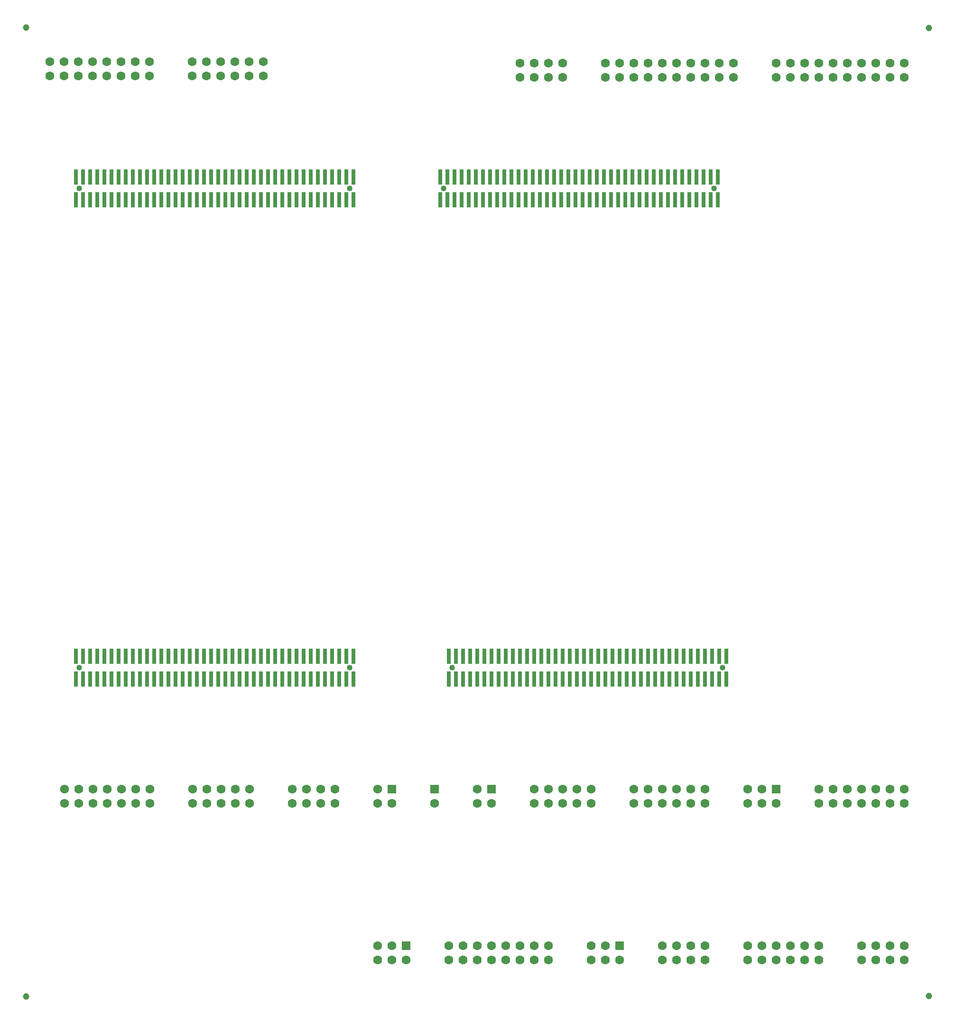
<source format=gbr>
%TF.GenerationSoftware,Altium Limited,Altium Designer,25.5.2 (35)*%
G04 Layer_Color=255*
%FSLAX45Y45*%
%MOMM*%
%TF.SameCoordinates,6948D1F0-C69E-42BD-806E-39CAA59B2E28*%
%TF.FilePolarity,Positive*%
%TF.FileFunction,Pads,Top*%
%TF.Part,Single*%
G01*
G75*
%TA.AperFunction,SMDPad,SMDef*%
%ADD10R,0.74000X2.79000*%
%TA.AperFunction,WasherPad*%
%ADD13C,1.15200*%
%TA.AperFunction,ComponentPad*%
%ADD14C,1.60000*%
%ADD15R,1.60000X1.60000*%
%ADD16C,1.02000*%
%ADD17R,1.60000X1.60000*%
D10*
X-3706400Y9472325D02*
D03*
X-3833400D02*
D03*
Y9065325D02*
D03*
X-5992400D02*
D03*
X-3706400D02*
D03*
X-5992400Y9472325D02*
D03*
X-6246400D02*
D03*
X-7516400D02*
D03*
X-6373400D02*
D03*
Y9065325D02*
D03*
X-7516400D02*
D03*
X-3554000Y920145D02*
D03*
X-3681000D02*
D03*
X-3554000Y513145D02*
D03*
X-3681000D02*
D03*
X-10208800Y9472325D02*
D03*
Y9065325D02*
D03*
X-10335800Y9472325D02*
D03*
Y9065325D02*
D03*
X-10208800Y920145D02*
D03*
X-10335800D02*
D03*
X-11351800Y9472325D02*
D03*
X-13256799D02*
D03*
X-14907800Y9065325D02*
D03*
X-11351800D02*
D03*
X-13256799D02*
D03*
X-10335800Y513145D02*
D03*
X-10208800D02*
D03*
X-8507000D02*
D03*
Y920145D02*
D03*
X-8380000Y513145D02*
D03*
Y920145D02*
D03*
X-8253000Y513145D02*
D03*
Y920145D02*
D03*
X-8126000Y513145D02*
D03*
Y920145D02*
D03*
X-7999000Y513145D02*
D03*
Y920145D02*
D03*
X-7872000Y513145D02*
D03*
Y920145D02*
D03*
X-7745000Y513145D02*
D03*
Y920145D02*
D03*
X-7618000Y513145D02*
D03*
Y920145D02*
D03*
X-7491000Y513145D02*
D03*
Y920145D02*
D03*
X-7364000Y513145D02*
D03*
Y920145D02*
D03*
X-7237000Y513145D02*
D03*
Y920145D02*
D03*
X-7110000Y513145D02*
D03*
Y920145D02*
D03*
X-6983000Y513145D02*
D03*
Y920145D02*
D03*
X-6856000Y513145D02*
D03*
Y920145D02*
D03*
X-6729000Y513145D02*
D03*
Y920145D02*
D03*
X-6602000Y513145D02*
D03*
Y920145D02*
D03*
X-6475000Y513145D02*
D03*
Y920145D02*
D03*
X-6348000Y513145D02*
D03*
Y920145D02*
D03*
X-6221000Y513145D02*
D03*
Y920145D02*
D03*
X-6094000Y513145D02*
D03*
Y920145D02*
D03*
X-5967000Y513145D02*
D03*
Y920145D02*
D03*
X-5840000Y513145D02*
D03*
Y920145D02*
D03*
X-5713000Y513145D02*
D03*
Y920145D02*
D03*
X-5586000Y513145D02*
D03*
Y920145D02*
D03*
X-5459000Y513145D02*
D03*
Y920145D02*
D03*
X-5332000Y513145D02*
D03*
Y920145D02*
D03*
X-5205000Y513145D02*
D03*
Y920145D02*
D03*
X-5078000Y513145D02*
D03*
Y920145D02*
D03*
X-4951000Y513145D02*
D03*
Y920145D02*
D03*
X-4824000Y513145D02*
D03*
Y920145D02*
D03*
X-4697000Y513145D02*
D03*
Y920145D02*
D03*
X-4570000Y513145D02*
D03*
Y920145D02*
D03*
X-4443000Y513145D02*
D03*
Y920145D02*
D03*
X-4316000Y513145D02*
D03*
Y920145D02*
D03*
X-4189000Y513145D02*
D03*
Y920145D02*
D03*
X-4062000Y513145D02*
D03*
Y920145D02*
D03*
X-3935000Y513145D02*
D03*
Y920145D02*
D03*
X-3808000Y513145D02*
D03*
Y920145D02*
D03*
X-8659400Y9065325D02*
D03*
Y9472325D02*
D03*
X-8532400Y9065325D02*
D03*
Y9472325D02*
D03*
X-8405400Y9065325D02*
D03*
Y9472325D02*
D03*
X-8278400Y9065325D02*
D03*
Y9472325D02*
D03*
X-8151400Y9065325D02*
D03*
Y9472325D02*
D03*
X-8024400Y9065325D02*
D03*
Y9472325D02*
D03*
X-7897400Y9065325D02*
D03*
Y9472325D02*
D03*
X-7770400Y9065325D02*
D03*
Y9472325D02*
D03*
X-7643400Y9065325D02*
D03*
Y9472325D02*
D03*
X-7389400Y9065325D02*
D03*
Y9472325D02*
D03*
X-7262400Y9065325D02*
D03*
Y9472325D02*
D03*
X-7135400Y9065325D02*
D03*
Y9472325D02*
D03*
X-7008400Y9065325D02*
D03*
Y9472325D02*
D03*
X-6881400Y9065325D02*
D03*
Y9472325D02*
D03*
X-6754400Y9065325D02*
D03*
Y9472325D02*
D03*
X-6627400Y9065325D02*
D03*
Y9472325D02*
D03*
X-6500400Y9065325D02*
D03*
Y9472325D02*
D03*
X-6246400Y9065325D02*
D03*
X-6119400D02*
D03*
Y9472325D02*
D03*
X-5865400Y9065325D02*
D03*
Y9472325D02*
D03*
X-5738400Y9065325D02*
D03*
Y9472325D02*
D03*
X-5611400Y9065325D02*
D03*
Y9472325D02*
D03*
X-5484400Y9065325D02*
D03*
Y9472325D02*
D03*
X-5357400Y9065325D02*
D03*
Y9472325D02*
D03*
X-5230400Y9065325D02*
D03*
Y9472325D02*
D03*
X-5103400Y9065325D02*
D03*
Y9472325D02*
D03*
X-4976400Y9065325D02*
D03*
Y9472325D02*
D03*
X-4849400Y9065325D02*
D03*
Y9472325D02*
D03*
X-4722400Y9065325D02*
D03*
Y9472325D02*
D03*
X-4595400Y9065325D02*
D03*
Y9472325D02*
D03*
X-4468400Y9065325D02*
D03*
Y9472325D02*
D03*
X-4341400Y9065325D02*
D03*
Y9472325D02*
D03*
X-4214400Y9065325D02*
D03*
Y9472325D02*
D03*
X-4087400Y9065325D02*
D03*
Y9472325D02*
D03*
X-3960400Y9065325D02*
D03*
Y9472325D02*
D03*
X-15161800Y513145D02*
D03*
Y920145D02*
D03*
X-15034801Y513145D02*
D03*
Y920145D02*
D03*
X-14907800Y513145D02*
D03*
Y920145D02*
D03*
X-14780800Y513145D02*
D03*
Y920145D02*
D03*
X-14653799Y513145D02*
D03*
Y920145D02*
D03*
X-14526801Y513145D02*
D03*
Y920145D02*
D03*
X-14399800Y513145D02*
D03*
Y920145D02*
D03*
X-14272800Y513145D02*
D03*
Y920145D02*
D03*
X-14145799Y513145D02*
D03*
Y920145D02*
D03*
X-14018800Y513145D02*
D03*
Y920145D02*
D03*
X-13891800Y513145D02*
D03*
Y920145D02*
D03*
X-13764799Y513145D02*
D03*
Y920145D02*
D03*
X-13637801Y513145D02*
D03*
Y920145D02*
D03*
X-13510800Y513145D02*
D03*
Y920145D02*
D03*
X-13383800Y513145D02*
D03*
Y920145D02*
D03*
X-13256799Y513145D02*
D03*
Y920145D02*
D03*
X-13129800Y513145D02*
D03*
Y920145D02*
D03*
X-13002800Y513145D02*
D03*
Y920145D02*
D03*
X-12875800Y513145D02*
D03*
Y920145D02*
D03*
X-12748800Y513145D02*
D03*
Y920145D02*
D03*
X-12621800Y513145D02*
D03*
Y920145D02*
D03*
X-12494800Y513145D02*
D03*
Y920145D02*
D03*
X-12367800Y513145D02*
D03*
Y920145D02*
D03*
X-12240800Y513145D02*
D03*
Y920145D02*
D03*
X-12113800Y513145D02*
D03*
Y920145D02*
D03*
X-11986800Y513145D02*
D03*
Y920145D02*
D03*
X-11859800Y513145D02*
D03*
Y920145D02*
D03*
X-11732800Y513145D02*
D03*
Y920145D02*
D03*
X-11605800Y513145D02*
D03*
Y920145D02*
D03*
X-11478800Y513145D02*
D03*
Y920145D02*
D03*
X-11351800Y513145D02*
D03*
Y920145D02*
D03*
X-11224800Y513145D02*
D03*
Y920145D02*
D03*
X-11097800Y513145D02*
D03*
Y920145D02*
D03*
X-10970800Y513145D02*
D03*
Y920145D02*
D03*
X-10843800Y513145D02*
D03*
Y920145D02*
D03*
X-10716800Y513145D02*
D03*
Y920145D02*
D03*
X-10589800Y513145D02*
D03*
Y920145D02*
D03*
X-10462800Y513145D02*
D03*
Y920145D02*
D03*
X-15161800Y9065325D02*
D03*
Y9472325D02*
D03*
X-15034801Y9065325D02*
D03*
Y9472325D02*
D03*
X-14907800D02*
D03*
X-14780800Y9065325D02*
D03*
Y9472325D02*
D03*
X-14653799Y9065325D02*
D03*
Y9472325D02*
D03*
X-14526801Y9065325D02*
D03*
Y9472325D02*
D03*
X-14399800Y9065325D02*
D03*
Y9472325D02*
D03*
X-14272800Y9065325D02*
D03*
Y9472325D02*
D03*
X-14145799Y9065325D02*
D03*
Y9472325D02*
D03*
X-14018800Y9065325D02*
D03*
Y9472325D02*
D03*
X-13891800Y9065325D02*
D03*
Y9472325D02*
D03*
X-13764799Y9065325D02*
D03*
Y9472325D02*
D03*
X-13637801Y9065325D02*
D03*
Y9472325D02*
D03*
X-13510800Y9065325D02*
D03*
Y9472325D02*
D03*
X-13383800Y9065325D02*
D03*
Y9472325D02*
D03*
X-13129800Y9065325D02*
D03*
Y9472325D02*
D03*
X-13002800Y9065325D02*
D03*
Y9472325D02*
D03*
X-12875800Y9065325D02*
D03*
Y9472325D02*
D03*
X-12748800Y9065325D02*
D03*
Y9472325D02*
D03*
X-12621800Y9065325D02*
D03*
Y9472325D02*
D03*
X-12494800Y9065325D02*
D03*
Y9472325D02*
D03*
X-12367800Y9065325D02*
D03*
Y9472325D02*
D03*
X-12240800Y9065325D02*
D03*
Y9472325D02*
D03*
X-12113800Y9065325D02*
D03*
Y9472325D02*
D03*
X-11986800Y9065325D02*
D03*
Y9472325D02*
D03*
X-11859800Y9065325D02*
D03*
Y9472325D02*
D03*
X-11732800Y9065325D02*
D03*
Y9472325D02*
D03*
X-11605800Y9065325D02*
D03*
Y9472325D02*
D03*
X-11478800Y9065325D02*
D03*
Y9472325D02*
D03*
X-11224800Y9065325D02*
D03*
Y9472325D02*
D03*
X-11097800Y9065325D02*
D03*
Y9472325D02*
D03*
X-10970800Y9065325D02*
D03*
Y9472325D02*
D03*
X-10843800Y9065325D02*
D03*
Y9472325D02*
D03*
X-10716800Y9065325D02*
D03*
Y9472325D02*
D03*
X-10589800Y9065325D02*
D03*
Y9472325D02*
D03*
X-10462800Y9065325D02*
D03*
Y9472325D02*
D03*
D13*
X-16050565Y-5148683D02*
D03*
X64396Y-5142604D02*
D03*
Y12129380D02*
D03*
X-16050565Y12135460D02*
D03*
D14*
X-1897001Y-1707876D02*
D03*
X-3167001D02*
D03*
X-6977001D02*
D03*
X-7993001D02*
D03*
X-9771001Y-4501876D02*
D03*
X-15359001Y-1707876D02*
D03*
X-11295001D02*
D03*
X-13073001D02*
D03*
X-15113002Y11531599D02*
D03*
X-14859003D02*
D03*
X-15367001Y11277599D02*
D03*
X-14859003D02*
D03*
X-15113002D02*
D03*
X-15367001Y11531599D02*
D03*
X-15621002D02*
D03*
Y11277599D02*
D03*
X-373001Y-4501876D02*
D03*
Y-4247876D02*
D03*
X-627001Y-4501876D02*
D03*
Y-4247876D02*
D03*
X-881001Y-4501876D02*
D03*
Y-4247876D02*
D03*
X-1135001Y-4501876D02*
D03*
Y-4247876D02*
D03*
X-373001Y-1707876D02*
D03*
Y-1453876D02*
D03*
X-627001Y-1707876D02*
D03*
Y-1453876D02*
D03*
X-881001Y-1707876D02*
D03*
Y-1453876D02*
D03*
X-1135001Y-1707876D02*
D03*
Y-1453876D02*
D03*
X-1389001Y-1707876D02*
D03*
Y-1453876D02*
D03*
X-1643001Y-1707876D02*
D03*
Y-1453876D02*
D03*
X-1897001D02*
D03*
X-2659001Y11500124D02*
D03*
Y11246124D02*
D03*
X-2405001Y11500124D02*
D03*
Y11246124D02*
D03*
X-2151001Y11500124D02*
D03*
Y11246124D02*
D03*
X-1897001Y11500124D02*
D03*
Y11246124D02*
D03*
X-1643001Y11500124D02*
D03*
Y11246124D02*
D03*
X-1389001Y11500124D02*
D03*
Y11246124D02*
D03*
X-1135001D02*
D03*
X-627001Y11500124D02*
D03*
X-1135001D02*
D03*
X-881001D02*
D03*
Y11246124D02*
D03*
X-627001D02*
D03*
X-373001Y11500124D02*
D03*
Y11246124D02*
D03*
X-3167001Y-1453876D02*
D03*
X-2659001Y-1707876D02*
D03*
X-2913001Y-1453876D02*
D03*
Y-1707876D02*
D03*
X-3167001Y-4247876D02*
D03*
Y-4501876D02*
D03*
X-2913001Y-4247876D02*
D03*
Y-4501876D02*
D03*
X-2659001Y-4247876D02*
D03*
Y-4501876D02*
D03*
X-2405001Y-4247876D02*
D03*
Y-4501876D02*
D03*
X-2151001Y-4247876D02*
D03*
Y-4501876D02*
D03*
X-1897001Y-4247876D02*
D03*
Y-4501876D02*
D03*
X-4691001Y-4247876D02*
D03*
Y-4501876D02*
D03*
X-4437001Y-4247876D02*
D03*
Y-4501876D02*
D03*
X-4183001Y-4247876D02*
D03*
Y-4501876D02*
D03*
X-3929001Y-4247876D02*
D03*
Y-4501876D02*
D03*
X-5199001Y-1453876D02*
D03*
Y-1707876D02*
D03*
X-4945001Y-1453876D02*
D03*
Y-1707876D02*
D03*
X-4691001Y-1453876D02*
D03*
Y-1707876D02*
D03*
X-4437001Y-1453876D02*
D03*
Y-1707876D02*
D03*
X-4183001Y-1453876D02*
D03*
Y-1707876D02*
D03*
X-3929001Y-1453876D02*
D03*
Y-1707876D02*
D03*
X-3421001Y11246124D02*
D03*
Y11500124D02*
D03*
X-3675001Y11246124D02*
D03*
X-3929001D02*
D03*
Y11500124D02*
D03*
X-4183001D02*
D03*
X-3675001D02*
D03*
X-4183001Y11246124D02*
D03*
X-4437001D02*
D03*
Y11500124D02*
D03*
X-4691001Y11246124D02*
D03*
Y11500124D02*
D03*
X-4945001Y11246124D02*
D03*
Y11500124D02*
D03*
X-5199001Y11246124D02*
D03*
Y11500124D02*
D03*
X-5453001Y11246124D02*
D03*
Y11500124D02*
D03*
X-5707001Y11246124D02*
D03*
Y11500124D02*
D03*
X-5961001Y-4247876D02*
D03*
X-5453001Y-4501876D02*
D03*
X-5707001Y-4247876D02*
D03*
X-5961001Y-4501876D02*
D03*
X-5707001D02*
D03*
X-5961001Y-1707876D02*
D03*
Y-1453876D02*
D03*
X-6215001Y-1707876D02*
D03*
Y-1453876D02*
D03*
X-6469001Y-1707876D02*
D03*
Y-1453876D02*
D03*
X-6723001Y-1707876D02*
D03*
Y-1453876D02*
D03*
X-6977001D02*
D03*
X-6469001Y11246124D02*
D03*
Y11500124D02*
D03*
X-6723001Y11246124D02*
D03*
Y11500124D02*
D03*
X-6977001Y11246124D02*
D03*
Y11500124D02*
D03*
X-7231001Y11246124D02*
D03*
Y11500124D02*
D03*
X-7739001Y-1707876D02*
D03*
X-7993001Y-1453876D02*
D03*
X-6723001Y-4501876D02*
D03*
Y-4247876D02*
D03*
X-6977001Y-4501876D02*
D03*
Y-4247876D02*
D03*
X-7231001Y-4501876D02*
D03*
Y-4247876D02*
D03*
X-7485001Y-4501876D02*
D03*
Y-4247876D02*
D03*
X-7739001Y-4501876D02*
D03*
Y-4247876D02*
D03*
X-7993001Y-4501876D02*
D03*
Y-4247876D02*
D03*
X-8247001Y-4501876D02*
D03*
Y-4247876D02*
D03*
X-8501001Y-4501876D02*
D03*
Y-4247876D02*
D03*
X-8755001Y-1707876D02*
D03*
X-9771001Y-1453876D02*
D03*
X-9517001Y-1707876D02*
D03*
X-9771001D02*
D03*
X-9517001Y-4501876D02*
D03*
Y-4247876D02*
D03*
X-9263001Y-4501876D02*
D03*
X-9771001Y-4247876D02*
D03*
X-10533001Y-1707876D02*
D03*
Y-1453876D02*
D03*
X-10787001Y-1707876D02*
D03*
Y-1453876D02*
D03*
X-11041001Y-1707876D02*
D03*
Y-1453876D02*
D03*
X-11295001D02*
D03*
X-13081001Y11531599D02*
D03*
Y11277599D02*
D03*
X-12827002Y11531599D02*
D03*
Y11277599D02*
D03*
X-12573002Y11531599D02*
D03*
Y11277599D02*
D03*
X-12319002Y11531599D02*
D03*
Y11277599D02*
D03*
X-12065002Y11531599D02*
D03*
Y11277599D02*
D03*
X-11811002Y11531599D02*
D03*
Y11277599D02*
D03*
X-13073001Y-1453876D02*
D03*
X-12819000D02*
D03*
Y-1707876D02*
D03*
X-12565001Y-1453876D02*
D03*
Y-1707876D02*
D03*
X-12311001Y-1453876D02*
D03*
Y-1707876D02*
D03*
X-12057001Y-1453876D02*
D03*
Y-1707876D02*
D03*
X-13843002Y11277599D02*
D03*
Y11531599D02*
D03*
X-14097002Y11277599D02*
D03*
Y11531599D02*
D03*
X-14351003Y11277599D02*
D03*
Y11531599D02*
D03*
X-14605002Y11277599D02*
D03*
Y11531599D02*
D03*
X-13835001Y-1707876D02*
D03*
Y-1453876D02*
D03*
X-14089001Y-1707876D02*
D03*
Y-1453876D02*
D03*
X-14343001Y-1707876D02*
D03*
Y-1453876D02*
D03*
X-14597002Y-1707876D02*
D03*
Y-1453876D02*
D03*
X-14851001Y-1707876D02*
D03*
Y-1453876D02*
D03*
X-15105000Y-1707876D02*
D03*
Y-1453876D02*
D03*
X-15359001D02*
D03*
D15*
X-2659001D02*
D03*
X-5453001Y-4247876D02*
D03*
X-7739001Y-1453876D02*
D03*
X-9517001D02*
D03*
X-9263001Y-4247876D02*
D03*
D16*
X-3617500Y716645D02*
D03*
X-8443500D02*
D03*
X-3769900Y9268825D02*
D03*
X-8595900D02*
D03*
X-10272300Y716645D02*
D03*
X-15098300D02*
D03*
X-10272300Y9268825D02*
D03*
X-15098300D02*
D03*
D17*
X-8755001Y-1453876D02*
D03*
%TF.MD5,7e7c31b99c342b582efd1d9dbb75ad9b*%
M02*

</source>
